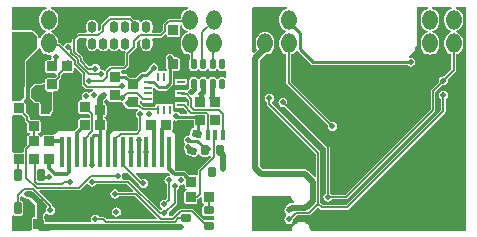
<source format=gtl>
G04*
G04 #@! TF.GenerationSoftware,Altium Limited,Altium Designer,19.1.5 (86)*
G04*
G04 Layer_Physical_Order=1*
G04 Layer_Color=255*
%FSLAX25Y25*%
%MOIN*%
G70*
G01*
G75*
%ADD11C,0.00500*%
%ADD16C,0.00800*%
%ADD18R,0.01260X0.10000*%
G04:AMPARAMS|DCode=19|XSize=35mil|YSize=35mil|CornerRadius=3.5mil|HoleSize=0mil|Usage=FLASHONLY|Rotation=90.000|XOffset=0mil|YOffset=0mil|HoleType=Round|Shape=RoundedRectangle|*
%AMROUNDEDRECTD19*
21,1,0.03500,0.02800,0,0,90.0*
21,1,0.02800,0.03500,0,0,90.0*
1,1,0.00700,0.01400,0.01400*
1,1,0.00700,0.01400,-0.01400*
1,1,0.00700,-0.01400,-0.01400*
1,1,0.00700,-0.01400,0.01400*
%
%ADD19ROUNDEDRECTD19*%
G04:AMPARAMS|DCode=20|XSize=31.5mil|YSize=23.62mil|CornerRadius=2.95mil|HoleSize=0mil|Usage=FLASHONLY|Rotation=165.000|XOffset=0mil|YOffset=0mil|HoleType=Round|Shape=RoundedRectangle|*
%AMROUNDEDRECTD20*
21,1,0.03150,0.01772,0,0,165.0*
21,1,0.02559,0.02362,0,0,165.0*
1,1,0.00591,-0.01007,0.01187*
1,1,0.00591,0.01465,0.00525*
1,1,0.00591,0.01007,-0.01187*
1,1,0.00591,-0.01465,-0.00525*
%
%ADD20ROUNDEDRECTD20*%
G04:AMPARAMS|DCode=21|XSize=16mil|YSize=35mil|CornerRadius=2.4mil|HoleSize=0mil|Usage=FLASHONLY|Rotation=180.000|XOffset=0mil|YOffset=0mil|HoleType=Round|Shape=RoundedRectangle|*
%AMROUNDEDRECTD21*
21,1,0.01600,0.03020,0,0,180.0*
21,1,0.01120,0.03500,0,0,180.0*
1,1,0.00480,-0.00560,0.01510*
1,1,0.00480,0.00560,0.01510*
1,1,0.00480,0.00560,-0.01510*
1,1,0.00480,-0.00560,-0.01510*
%
%ADD21ROUNDEDRECTD21*%
G04:AMPARAMS|DCode=22|XSize=35mil|YSize=35mil|CornerRadius=4.38mil|HoleSize=0mil|Usage=FLASHONLY|Rotation=90.000|XOffset=0mil|YOffset=0mil|HoleType=Round|Shape=RoundedRectangle|*
%AMROUNDEDRECTD22*
21,1,0.03500,0.02625,0,0,90.0*
21,1,0.02625,0.03500,0,0,90.0*
1,1,0.00875,0.01313,0.01313*
1,1,0.00875,0.01313,-0.01313*
1,1,0.00875,-0.01313,-0.01313*
1,1,0.00875,-0.01313,0.01313*
%
%ADD22ROUNDEDRECTD22*%
G04:AMPARAMS|DCode=23|XSize=35mil|YSize=35mil|CornerRadius=4.38mil|HoleSize=0mil|Usage=FLASHONLY|Rotation=0.000|XOffset=0mil|YOffset=0mil|HoleType=Round|Shape=RoundedRectangle|*
%AMROUNDEDRECTD23*
21,1,0.03500,0.02625,0,0,0.0*
21,1,0.02625,0.03500,0,0,0.0*
1,1,0.00875,0.01313,-0.01313*
1,1,0.00875,-0.01313,-0.01313*
1,1,0.00875,-0.01313,0.01313*
1,1,0.00875,0.01313,0.01313*
%
%ADD23ROUNDEDRECTD23*%
G04:AMPARAMS|DCode=24|XSize=27.56mil|YSize=35.43mil|CornerRadius=6.89mil|HoleSize=0mil|Usage=FLASHONLY|Rotation=270.000|XOffset=0mil|YOffset=0mil|HoleType=Round|Shape=RoundedRectangle|*
%AMROUNDEDRECTD24*
21,1,0.02756,0.02165,0,0,270.0*
21,1,0.01378,0.03543,0,0,270.0*
1,1,0.01378,-0.01083,-0.00689*
1,1,0.01378,-0.01083,0.00689*
1,1,0.01378,0.01083,0.00689*
1,1,0.01378,0.01083,-0.00689*
%
%ADD24ROUNDEDRECTD24*%
G04:AMPARAMS|DCode=25|XSize=27.56mil|YSize=35.43mil|CornerRadius=6.89mil|HoleSize=0mil|Usage=FLASHONLY|Rotation=0.000|XOffset=0mil|YOffset=0mil|HoleType=Round|Shape=RoundedRectangle|*
%AMROUNDEDRECTD25*
21,1,0.02756,0.02165,0,0,0.0*
21,1,0.01378,0.03543,0,0,0.0*
1,1,0.01378,0.00689,-0.01083*
1,1,0.01378,-0.00689,-0.01083*
1,1,0.01378,-0.00689,0.01083*
1,1,0.01378,0.00689,0.01083*
%
%ADD25ROUNDEDRECTD25*%
%ADD26R,0.02756X0.01102*%
%ADD27R,0.01102X0.02756*%
G04:AMPARAMS|DCode=28|XSize=35mil|YSize=35mil|CornerRadius=3.5mil|HoleSize=0mil|Usage=FLASHONLY|Rotation=180.000|XOffset=0mil|YOffset=0mil|HoleType=Round|Shape=RoundedRectangle|*
%AMROUNDEDRECTD28*
21,1,0.03500,0.02800,0,0,180.0*
21,1,0.02800,0.03500,0,0,180.0*
1,1,0.00700,-0.01400,0.01400*
1,1,0.00700,0.01400,0.01400*
1,1,0.00700,0.01400,-0.01400*
1,1,0.00700,-0.01400,-0.01400*
%
%ADD28ROUNDEDRECTD28*%
G04:AMPARAMS|DCode=29|XSize=17.72mil|YSize=35.43mil|CornerRadius=4.43mil|HoleSize=0mil|Usage=FLASHONLY|Rotation=180.000|XOffset=0mil|YOffset=0mil|HoleType=Round|Shape=RoundedRectangle|*
%AMROUNDEDRECTD29*
21,1,0.01772,0.02657,0,0,180.0*
21,1,0.00886,0.03543,0,0,180.0*
1,1,0.00886,-0.00443,0.01329*
1,1,0.00886,0.00443,0.01329*
1,1,0.00886,0.00443,-0.01329*
1,1,0.00886,-0.00443,-0.01329*
%
%ADD29ROUNDEDRECTD29*%
G04:AMPARAMS|DCode=30|XSize=23.62mil|YSize=43.31mil|CornerRadius=5.91mil|HoleSize=0mil|Usage=FLASHONLY|Rotation=180.000|XOffset=0mil|YOffset=0mil|HoleType=Round|Shape=RoundedRectangle|*
%AMROUNDEDRECTD30*
21,1,0.02362,0.03150,0,0,180.0*
21,1,0.01181,0.04331,0,0,180.0*
1,1,0.01181,-0.00591,0.01575*
1,1,0.01181,0.00591,0.01575*
1,1,0.01181,0.00591,-0.01575*
1,1,0.01181,-0.00591,-0.01575*
%
%ADD30ROUNDEDRECTD30*%
%ADD49C,0.01700*%
%ADD50C,0.02000*%
%ADD51C,0.01200*%
%ADD52C,0.01000*%
%ADD53C,0.00900*%
%ADD54O,0.05118X0.06535*%
%ADD55O,0.08465X0.03543*%
%ADD56O,0.02992X0.03937*%
%ADD57C,0.01968*%
%ADD58C,0.02362*%
G36*
X72842Y84765D02*
X72745Y84752D01*
X72001Y84444D01*
X71362Y83953D01*
X70871Y83314D01*
X70563Y82570D01*
X70458Y81772D01*
Y81265D01*
X66500D01*
X66500Y81265D01*
X66207Y81207D01*
X65959Y81041D01*
X65959Y81041D01*
X64691Y79772D01*
X64525Y79524D01*
X64467Y79232D01*
Y77548D01*
X63512Y76593D01*
X61017D01*
X60750Y77093D01*
X60935Y77371D01*
X61090Y78150D01*
Y79094D01*
X60935Y79873D01*
X60494Y80534D01*
X59834Y80975D01*
X59055Y81130D01*
X58276Y80975D01*
X57616Y80534D01*
X57435Y80263D01*
X56935D01*
X56754Y80534D01*
X56094Y80975D01*
X55315Y81130D01*
X55002Y81067D01*
X54041Y82029D01*
X53793Y82195D01*
X53500Y82253D01*
X47000D01*
X46707Y82195D01*
X46459Y82029D01*
X46459Y82029D01*
X43959Y79529D01*
X43793Y79281D01*
X43735Y78988D01*
Y77805D01*
X43343Y77413D01*
X42882Y77659D01*
X42980Y78150D01*
Y79094D01*
X42825Y79873D01*
X42384Y80534D01*
X41724Y80975D01*
X40945Y81130D01*
X40166Y80975D01*
X39506Y80534D01*
X39065Y79873D01*
X38910Y79094D01*
Y78150D01*
X39065Y77371D01*
X39200Y77168D01*
X38933Y76668D01*
X36349D01*
X36349Y76668D01*
X36057Y76610D01*
X35809Y76444D01*
X35808Y76444D01*
X34418Y75054D01*
X34252Y74806D01*
X34194Y74513D01*
Y73589D01*
X33694Y73321D01*
X33579Y73398D01*
X33000Y73513D01*
X32421Y73398D01*
X31930Y73070D01*
X31626Y72615D01*
X31529Y72539D01*
X31119Y72414D01*
X30307Y73228D01*
X30058Y73393D01*
X29766Y73452D01*
X29542D01*
Y73898D01*
X29437Y74696D01*
X29129Y75440D01*
X28638Y76079D01*
X27999Y76570D01*
X27255Y76878D01*
Y77374D01*
X27999Y77682D01*
X28638Y78173D01*
X29129Y78812D01*
X29437Y79556D01*
X29542Y80354D01*
Y81772D01*
X29437Y82570D01*
X29129Y83314D01*
X28638Y83953D01*
X27999Y84444D01*
X27255Y84752D01*
X27158Y84765D01*
X27191Y85265D01*
X72809D01*
X72842Y84765D01*
D02*
G37*
G36*
X70871Y78812D02*
X71362Y78173D01*
X72001Y77682D01*
X72745Y77374D01*
Y76878D01*
X72001Y76570D01*
X71362Y76079D01*
X70871Y75440D01*
X70563Y74696D01*
X70458Y73898D01*
Y72480D01*
X70563Y71682D01*
X70871Y70938D01*
X71362Y70299D01*
X72001Y69808D01*
X72745Y69500D01*
X73494Y69401D01*
Y68117D01*
X73444Y68043D01*
X73371Y67675D01*
Y65018D01*
X73444Y64650D01*
X73653Y64338D01*
X73965Y64130D01*
X74333Y64056D01*
X75218D01*
X75586Y64130D01*
X75898Y64338D01*
X76089Y64624D01*
X76281Y64650D01*
X76420D01*
X76611Y64624D01*
X76802Y64338D01*
X77114Y64130D01*
X77482Y64056D01*
X78368D01*
X78736Y64130D01*
X79048Y64338D01*
X79239Y64624D01*
X79430Y64650D01*
X79570D01*
X79761Y64624D01*
X79952Y64338D01*
X80264Y64130D01*
X80632Y64056D01*
X81518D01*
X81886Y64130D01*
X82197Y64338D01*
X82389Y64624D01*
X82580Y64650D01*
X82719D01*
X82911Y64624D01*
X83102Y64338D01*
X83414Y64130D01*
X83781Y64056D01*
X84667D01*
X85035Y64130D01*
X85138Y64198D01*
X85638Y63942D01*
X85638Y62058D01*
X85138Y61802D01*
X85035Y61870D01*
X84667Y61944D01*
X83781D01*
X83414Y61870D01*
X83102Y61662D01*
X82911Y61376D01*
X82719Y61350D01*
X82580D01*
X82389Y61376D01*
X82197Y61662D01*
X81886Y61870D01*
X81518Y61944D01*
X80632D01*
X80264Y61870D01*
X79952Y61662D01*
X79761Y61376D01*
X79570Y61350D01*
X79430D01*
X79239Y61376D01*
X79048Y61662D01*
X78736Y61870D01*
X78368Y61944D01*
X77482D01*
X77114Y61870D01*
X76802Y61662D01*
X76611Y61376D01*
X76420Y61350D01*
X76281D01*
X76089Y61376D01*
X75898Y61662D01*
X75586Y61870D01*
X75218Y61944D01*
X74333D01*
X73965Y61870D01*
X73653Y61662D01*
X73444Y61350D01*
X73371Y60982D01*
Y58442D01*
X72930Y58147D01*
X72753Y57882D01*
X72390Y57551D01*
X68634D01*
Y55449D01*
X70744D01*
X70812Y55435D01*
X72107D01*
X73235Y54307D01*
Y52553D01*
X72735Y52346D01*
X72390Y52692D01*
Y53614D01*
X68634D01*
Y51512D01*
X71407D01*
X72707Y50212D01*
X72515Y49750D01*
X70288D01*
X70074Y50070D01*
X69583Y50398D01*
X69004Y50513D01*
X68520Y50417D01*
X68020Y50683D01*
Y52866D01*
X61980D01*
Y52026D01*
X58116D01*
X57147Y52996D01*
X56899Y53162D01*
X56768Y53188D01*
Y53997D01*
X57230Y54188D01*
X57459Y53959D01*
X57610Y53858D01*
Y53480D01*
X61366D01*
Y58239D01*
X61828Y58430D01*
X62479Y57779D01*
X62810Y57558D01*
X63200Y57480D01*
X65500D01*
X65890Y57558D01*
X66221Y57779D01*
X67690Y59247D01*
X67910Y59578D01*
X67988Y59969D01*
Y60134D01*
X68020D01*
Y63890D01*
X68474Y64000D01*
X69360D01*
X69692Y64066D01*
X69973Y64254D01*
X70161Y64535D01*
X70227Y64867D01*
Y67667D01*
X70161Y67998D01*
X69973Y68280D01*
X69692Y68467D01*
X69360Y68533D01*
X68421D01*
X68358Y68846D01*
X68030Y69337D01*
X67539Y69665D01*
X66960Y69780D01*
X66381Y69665D01*
X65890Y69337D01*
X65562Y68846D01*
X65447Y68267D01*
X65562Y67688D01*
X65694Y67491D01*
Y64867D01*
X65760Y64535D01*
X65857Y64390D01*
X65682Y63945D01*
X65635Y63890D01*
X63145D01*
X62878Y64390D01*
X62898Y64421D01*
X63013Y65000D01*
X62898Y65579D01*
X62570Y66070D01*
X62079Y66398D01*
X61500Y66513D01*
X60921Y66398D01*
X60430Y66070D01*
X60102Y65579D01*
X59987Y65000D01*
X59999Y64940D01*
X58578Y63520D01*
X57500D01*
X57110Y63442D01*
X56779Y63221D01*
X55326Y61768D01*
X53674D01*
X52721Y62721D01*
X52390Y62942D01*
X52000Y63020D01*
X50768D01*
Y63313D01*
X50696Y63678D01*
X50657Y63735D01*
X50925Y64235D01*
X51656D01*
X51948Y64293D01*
X52196Y64459D01*
X53041Y65304D01*
X53206Y65552D01*
X53265Y65845D01*
Y69183D01*
X55541Y71459D01*
X55541Y71459D01*
X55707Y71707D01*
X55765Y72000D01*
Y73671D01*
X56813Y74719D01*
X57201Y74401D01*
X57175Y74361D01*
X57020Y73583D01*
Y72638D01*
X57175Y71859D01*
X57616Y71199D01*
X58276Y70758D01*
X59055Y70603D01*
X59834Y70758D01*
X60494Y71199D01*
X60935Y71859D01*
X61090Y72638D01*
Y73583D01*
X60935Y74361D01*
X60800Y74564D01*
X61067Y75064D01*
X63829D01*
X64121Y75122D01*
X64369Y75288D01*
X65282Y76201D01*
X65759Y75971D01*
X65799Y75768D01*
X65987Y75487D01*
X66268Y75299D01*
X66600Y75233D01*
X69400D01*
X69732Y75299D01*
X70013Y75487D01*
X70201Y75768D01*
X70267Y76100D01*
Y78900D01*
X70242Y79024D01*
X70723Y79170D01*
X70871Y78812D01*
D02*
G37*
G36*
X25755Y84765D02*
X25658Y84752D01*
X24914Y84444D01*
X24275Y83953D01*
X23785Y83314D01*
X23476Y82570D01*
X23371Y81772D01*
Y80354D01*
X23476Y79556D01*
X23785Y78812D01*
X24275Y78173D01*
X24914Y77682D01*
X25658Y77374D01*
Y76878D01*
X24914Y76570D01*
X24275Y76079D01*
X23785Y75440D01*
X23541Y74853D01*
X23041Y74952D01*
Y75500D01*
X23041Y75500D01*
X22883Y75883D01*
X21383Y77383D01*
X21000Y77541D01*
X21000Y77541D01*
X14381D01*
Y85265D01*
X25722D01*
X25755Y84765D01*
D02*
G37*
G36*
X39250Y74639D02*
X39065Y74361D01*
X38910Y73583D01*
Y72638D01*
X39065Y71859D01*
X39506Y71199D01*
X40166Y70758D01*
X40945Y70603D01*
X41724Y70758D01*
X42384Y71199D01*
X42565Y71470D01*
X43065D01*
X43246Y71199D01*
X43906Y70758D01*
X44685Y70603D01*
X45464Y70758D01*
X46124Y71199D01*
X46207Y71322D01*
X46707D01*
X46789Y71199D01*
X47449Y70758D01*
X48228Y70603D01*
X49007Y70758D01*
X49667Y71199D01*
X49750Y71322D01*
X50250D01*
X50333Y71199D01*
X50993Y70758D01*
X51772Y70603D01*
X51825Y70613D01*
X52071Y70152D01*
X51959Y70041D01*
X51793Y69793D01*
X51735Y69500D01*
Y66161D01*
X51339Y65765D01*
X47196D01*
X47196Y65765D01*
X46903Y65706D01*
X46655Y65541D01*
X46655Y65541D01*
X45472Y64357D01*
X45406Y64307D01*
X45162Y64135D01*
X44828Y64232D01*
X44579Y64398D01*
X44000Y64513D01*
X43880Y64490D01*
X43489Y64921D01*
X43398Y65379D01*
X43070Y65870D01*
X42579Y66198D01*
X42000Y66313D01*
X41421Y66198D01*
X40930Y65870D01*
X40726Y65565D01*
X39884D01*
X37908Y67540D01*
Y68270D01*
X37850Y68563D01*
X37684Y68811D01*
X35723Y70772D01*
Y74196D01*
X36666Y75139D01*
X38983D01*
X39250Y74639D01*
D02*
G37*
G36*
X165619Y10719D02*
X114251D01*
X113754Y10777D01*
X113714Y11179D01*
X113671Y11323D01*
X113642Y11470D01*
X113334Y12213D01*
X113113Y12544D01*
X112544Y13113D01*
X112213Y13334D01*
X111470Y13642D01*
X111080Y13719D01*
X110275D01*
X109885Y13642D01*
X109141Y13334D01*
X108810Y13113D01*
X108242Y12544D01*
X108021Y12213D01*
X107713Y11470D01*
X107683Y11323D01*
X107640Y11179D01*
X107600Y10777D01*
X107104Y10719D01*
X94381D01*
Y22280D01*
X107139D01*
X107140Y22273D01*
X107183Y22130D01*
X107213Y21983D01*
X107521Y21240D01*
X107742Y20909D01*
X108162Y20488D01*
X107955Y19988D01*
X107459D01*
X106874Y19872D01*
X106377Y19540D01*
X105419Y18581D01*
X105087Y18085D01*
X104971Y17500D01*
X105087Y16915D01*
X105419Y16419D01*
X105609Y16291D01*
Y15690D01*
X105430Y15570D01*
X105102Y15079D01*
X104987Y14500D01*
X105102Y13921D01*
X105430Y13430D01*
X105921Y13102D01*
X106500Y12987D01*
X107079Y13102D01*
X107570Y13430D01*
X107898Y13921D01*
X108013Y14500D01*
X107983Y14652D01*
X109276Y15944D01*
X113184D01*
X113476Y16002D01*
X113724Y16168D01*
X116250Y18694D01*
X116984Y17959D01*
X116984Y17959D01*
X117233Y17794D01*
X117525Y17735D01*
X117525Y17735D01*
X126000D01*
X126293Y17794D01*
X126541Y17959D01*
X158541Y49959D01*
X158541Y49959D01*
X158706Y50207D01*
X158765Y50500D01*
Y54726D01*
X159070Y54930D01*
X159398Y55421D01*
X159513Y56000D01*
X159398Y56579D01*
X159070Y57070D01*
X158579Y57398D01*
X158000Y57513D01*
X157421Y57398D01*
X156930Y57070D01*
X156602Y56579D01*
X156487Y56000D01*
X156602Y55421D01*
X156930Y54930D01*
X157235Y54726D01*
Y50817D01*
X125683Y19265D01*
X117842D01*
X117053Y20054D01*
Y36712D01*
X117053Y36712D01*
X116994Y37005D01*
X116829Y37253D01*
X116829Y37253D01*
X100816Y53265D01*
X100849Y53782D01*
X101070Y53930D01*
X101398Y54421D01*
X101513Y55000D01*
X101398Y55579D01*
X101070Y56070D01*
X100579Y56398D01*
X100000Y56513D01*
X99421Y56398D01*
X98930Y56070D01*
X98602Y55579D01*
X98487Y55000D01*
X98602Y54421D01*
X98930Y53930D01*
X99235Y53726D01*
Y53000D01*
X99294Y52707D01*
X99459Y52459D01*
X115523Y36395D01*
Y28935D01*
X115061Y28744D01*
X113000Y30805D01*
X112504Y31137D01*
X111918Y31253D01*
X97821D01*
X96890Y32184D01*
Y67781D01*
X98512Y69403D01*
X98581Y69393D01*
X99380Y69499D01*
X100124Y69807D01*
X100763Y70297D01*
X101253Y70936D01*
X101562Y71680D01*
X101667Y72479D01*
Y73896D01*
X101562Y74695D01*
X101253Y75439D01*
X100763Y76078D01*
X100124Y76568D01*
X99380Y76877D01*
X98581Y76982D01*
X97783Y76877D01*
X97039Y76568D01*
X96400Y76078D01*
X95909Y75439D01*
X95601Y74695D01*
X95496Y73896D01*
Y72479D01*
X95601Y71680D01*
X95854Y71070D01*
X94824Y70040D01*
X94362Y70232D01*
X94361Y84911D01*
X94715Y85265D01*
X105731D01*
X105764Y84765D01*
X105657Y84751D01*
X104913Y84442D01*
X104274Y83952D01*
X103783Y83313D01*
X103475Y82569D01*
X103370Y81770D01*
Y80353D01*
X103475Y79554D01*
X103783Y78810D01*
X104274Y78171D01*
X104913Y77681D01*
X105657Y77373D01*
Y76877D01*
X104913Y76568D01*
X104274Y76078D01*
X103783Y75439D01*
X103475Y74695D01*
X103370Y73896D01*
Y72479D01*
X103475Y71680D01*
X103783Y70936D01*
X104274Y70297D01*
X104913Y69807D01*
X105657Y69499D01*
X105691Y69494D01*
Y60045D01*
X105749Y59752D01*
X105915Y59504D01*
X119558Y45860D01*
X119487Y45500D01*
X119602Y44921D01*
X119930Y44430D01*
X120421Y44102D01*
X121000Y43987D01*
X121579Y44102D01*
X122070Y44430D01*
X122398Y44921D01*
X122513Y45500D01*
X122398Y46079D01*
X122070Y46570D01*
X121579Y46898D01*
X121000Y47013D01*
X120640Y46942D01*
X107220Y60361D01*
Y69494D01*
X107254Y69499D01*
X107998Y69807D01*
X108637Y70297D01*
X108894Y70632D01*
X109311Y70673D01*
X109520Y70626D01*
X113891Y66254D01*
X114222Y66033D01*
X114612Y65955D01*
X146033D01*
X146066Y65905D01*
X146557Y65577D01*
X147136Y65462D01*
X147716Y65577D01*
X148206Y65905D01*
X148535Y66396D01*
X148650Y66975D01*
X148535Y67554D01*
X148206Y68045D01*
X147716Y68373D01*
X147136Y68488D01*
X146682Y68398D01*
X146487Y68869D01*
X146752Y69046D01*
X146824Y69117D01*
X146907Y69173D01*
X147717Y69983D01*
X147772Y70066D01*
X147843Y70137D01*
X148480Y71090D01*
X148518Y71182D01*
X148574Y71266D01*
X149012Y72324D01*
X149032Y72422D01*
X149070Y72515D01*
X149294Y73638D01*
X149294Y73713D01*
X149312Y73787D01*
X149340Y74359D01*
X149337Y74384D01*
X149342Y74410D01*
X149342Y85265D01*
X152818D01*
X152850Y84765D01*
X152743Y84751D01*
X151999Y84442D01*
X151360Y83952D01*
X150870Y83313D01*
X150562Y82569D01*
X150457Y81770D01*
Y80353D01*
X150562Y79554D01*
X150870Y78810D01*
X151360Y78171D01*
X151999Y77681D01*
X152743Y77373D01*
Y76877D01*
X151999Y76568D01*
X151360Y76078D01*
X150870Y75439D01*
X150562Y74695D01*
X150457Y73896D01*
Y72479D01*
X150562Y71680D01*
X150870Y70936D01*
X151360Y70297D01*
X151999Y69807D01*
X152743Y69499D01*
X153542Y69393D01*
X154341Y69499D01*
X155085Y69807D01*
X155724Y70297D01*
X156214Y70936D01*
X156522Y71680D01*
X156627Y72479D01*
Y73896D01*
X156522Y74695D01*
X156214Y75439D01*
X155724Y76078D01*
X155085Y76568D01*
X154341Y76877D01*
Y77373D01*
X155085Y77681D01*
X155724Y78171D01*
X156214Y78810D01*
X156522Y79554D01*
X156627Y80353D01*
Y81770D01*
X156522Y82569D01*
X156214Y83313D01*
X155724Y83952D01*
X155085Y84442D01*
X154341Y84751D01*
X154233Y84765D01*
X154266Y85265D01*
X160692D01*
X160724Y84765D01*
X160617Y84751D01*
X159873Y84442D01*
X159234Y83952D01*
X158744Y83313D01*
X158436Y82569D01*
X158331Y81770D01*
Y80353D01*
X158436Y79554D01*
X158744Y78810D01*
X159234Y78171D01*
X159873Y77681D01*
X160617Y77373D01*
Y76877D01*
X159873Y76568D01*
X159234Y76078D01*
X158744Y75439D01*
X158436Y74695D01*
X158331Y73896D01*
Y72479D01*
X158436Y71680D01*
X158744Y70936D01*
X159234Y70297D01*
X159873Y69807D01*
X160617Y69499D01*
X160651Y69494D01*
Y64489D01*
X158360Y62198D01*
X158000Y62270D01*
X157421Y62155D01*
X156930Y61827D01*
X156602Y61336D01*
X156487Y60757D01*
X156558Y60396D01*
X153959Y57797D01*
X153794Y57549D01*
X153735Y57257D01*
Y51317D01*
X125183Y22765D01*
X120774D01*
X120570Y23070D01*
X120265Y23274D01*
Y38500D01*
X120206Y38793D01*
X120041Y39041D01*
X105942Y53140D01*
X106013Y53500D01*
X105898Y54079D01*
X105570Y54570D01*
X105079Y54898D01*
X104500Y55013D01*
X103921Y54898D01*
X103430Y54570D01*
X103102Y54079D01*
X102987Y53500D01*
X103102Y52921D01*
X103430Y52430D01*
X103921Y52102D01*
X104500Y51987D01*
X104860Y52058D01*
X118735Y38183D01*
Y23274D01*
X118430Y23070D01*
X118102Y22579D01*
X117987Y22000D01*
X118102Y21421D01*
X118430Y20930D01*
X118921Y20602D01*
X119500Y20487D01*
X120079Y20602D01*
X120570Y20930D01*
X120774Y21235D01*
X125500D01*
X125793Y21294D01*
X126041Y21459D01*
X155041Y50459D01*
X155207Y50707D01*
X155265Y51000D01*
Y56940D01*
X157640Y59315D01*
X158000Y59243D01*
X158579Y59359D01*
X159070Y59687D01*
X159398Y60177D01*
X159513Y60757D01*
X159442Y61117D01*
X161957Y63632D01*
X162122Y63880D01*
X162181Y64173D01*
Y69494D01*
X162215Y69499D01*
X162959Y69807D01*
X163598Y70297D01*
X164088Y70936D01*
X164396Y71680D01*
X164501Y72479D01*
Y73896D01*
X164396Y74695D01*
X164088Y75439D01*
X163598Y76078D01*
X162959Y76568D01*
X162215Y76877D01*
Y77373D01*
X162959Y77681D01*
X163598Y78171D01*
X164088Y78810D01*
X164396Y79554D01*
X164501Y80353D01*
Y81770D01*
X164396Y82569D01*
X164088Y83313D01*
X163598Y83952D01*
X162959Y84442D01*
X162215Y84751D01*
X162107Y84765D01*
X162140Y85265D01*
X165619D01*
Y10719D01*
D02*
G37*
G36*
X23785Y70938D02*
X24275Y70299D01*
X24914Y69808D01*
X25658Y69500D01*
X26457Y69395D01*
X27017Y69469D01*
X27070Y69440D01*
X27393Y69067D01*
X27402Y69038D01*
X27327Y68660D01*
X27405Y68268D01*
X27140Y67840D01*
X27049Y67768D01*
X26188D01*
X25822Y67696D01*
X25512Y67488D01*
X25304Y67178D01*
X25232Y66812D01*
Y64188D01*
X25304Y63822D01*
X25512Y63512D01*
X25822Y63304D01*
X26188Y63232D01*
X28643D01*
X29003Y62902D01*
X29071Y62773D01*
Y62152D01*
X28687Y61768D01*
X26188D01*
X25822Y61696D01*
X25512Y61488D01*
X25304Y61178D01*
X25232Y60812D01*
Y60041D01*
X24521D01*
X24470Y60020D01*
X24416Y60031D01*
X24303Y59955D01*
X24212Y59937D01*
X24021Y59809D01*
X23847Y59775D01*
X21820D01*
X21437Y59616D01*
X21437Y59616D01*
X20239Y58418D01*
X20080Y58035D01*
X20080Y58035D01*
Y55379D01*
X20080Y55378D01*
X20239Y54996D01*
X20239Y54996D01*
X20277Y54957D01*
X20304Y54822D01*
X20512Y54512D01*
X20822Y54304D01*
X20957Y54277D01*
X21851Y53384D01*
X22233Y53225D01*
X22233Y53225D01*
X22847D01*
X23020Y53191D01*
X23123Y53123D01*
X23191Y53021D01*
X23225Y52847D01*
Y50153D01*
X23216Y50106D01*
X23256Y49905D01*
X23295Y49702D01*
X23625Y49202D01*
X23673Y49170D01*
X23694Y49117D01*
X23839Y49057D01*
X23968Y48970D01*
X24024Y48981D01*
X24077Y48959D01*
X26840D01*
X26985Y49019D01*
X27140Y49050D01*
X27171Y49096D01*
X27222Y49117D01*
X27283Y49263D01*
X27370Y49394D01*
X27474Y49913D01*
X27725Y50290D01*
X27801Y50341D01*
X27832Y50387D01*
X27883Y50408D01*
X27943Y50554D01*
X28031Y50685D01*
X28020Y50739D01*
X28041Y50791D01*
Y57000D01*
X28196Y57232D01*
X28813D01*
X29178Y57304D01*
X29488Y57512D01*
X29696Y57822D01*
X29768Y58188D01*
Y60687D01*
X30376Y61295D01*
X30542Y61543D01*
X30601Y61836D01*
Y62519D01*
X31313Y63232D01*
X33812D01*
X34178Y63304D01*
X34488Y63512D01*
X34696Y63822D01*
X34768Y64188D01*
Y64997D01*
X35230Y65188D01*
X37439Y62980D01*
Y59782D01*
X37497Y59489D01*
X37663Y59241D01*
X38678Y58225D01*
X38678Y58225D01*
X38927Y58059D01*
X39219Y58001D01*
X41389D01*
X41438Y57501D01*
X40921Y57398D01*
X40430Y57070D01*
X40345Y56942D01*
X40084Y56590D01*
X39704Y56815D01*
X39579Y56898D01*
X39000Y57013D01*
X38421Y56898D01*
X37930Y56570D01*
X37602Y56079D01*
X37487Y55500D01*
X37602Y54921D01*
X37705Y54767D01*
X37438Y54267D01*
X37100D01*
X36768Y54201D01*
X36487Y54013D01*
X36299Y53732D01*
X36233Y53400D01*
Y50600D01*
X36299Y50268D01*
X36487Y49987D01*
X36768Y49799D01*
X37100Y49733D01*
X39685D01*
X40235Y49183D01*
Y48710D01*
X39900Y48267D01*
X37100D01*
X36768Y48201D01*
X36487Y48013D01*
X36299Y47732D01*
X36233Y47400D01*
Y45320D01*
X35162Y44248D01*
X34996Y44000D01*
X29500D01*
X28500Y43000D01*
X28000Y42747D01*
X27900Y42767D01*
X25100D01*
X24768Y42701D01*
X24487Y42513D01*
X24299Y42232D01*
X24233Y41900D01*
X23745Y41929D01*
X23696Y42178D01*
X23488Y42488D01*
X23178Y42696D01*
X22929Y42745D01*
X22900Y43233D01*
X23232Y43299D01*
X23513Y43487D01*
X23701Y43768D01*
X23767Y44100D01*
Y46900D01*
X23701Y47232D01*
X23513Y47513D01*
X23232Y47701D01*
X22900Y47767D01*
X20315D01*
X20087Y47995D01*
Y48678D01*
X20087Y48678D01*
X20029Y48970D01*
X19863Y49218D01*
X19863Y49218D01*
X18768Y50313D01*
Y52812D01*
X18696Y53178D01*
X18488Y53488D01*
X18178Y53696D01*
X18170Y53697D01*
X18142Y53787D01*
X18178Y54304D01*
X18488Y54512D01*
X18696Y54822D01*
X18723Y54957D01*
X18761Y54996D01*
X18920Y55378D01*
X18920Y55379D01*
Y58447D01*
X18995Y58824D01*
X18988Y58856D01*
X19041Y58983D01*
Y67276D01*
X22883Y71117D01*
X23026Y71463D01*
X23159Y71506D01*
X23541Y71525D01*
X23785Y70938D01*
D02*
G37*
G36*
X22500Y75500D02*
Y71500D01*
X18500Y67500D01*
Y58983D01*
X18464Y58929D01*
X18378Y58500D01*
X18379Y58500D01*
Y55378D01*
X17000Y54000D01*
X14381D01*
Y77000D01*
X21000D01*
X22500Y75500D01*
D02*
G37*
G36*
X25232Y58188D02*
X25304Y57822D01*
X25500Y57529D01*
Y57500D01*
X26000Y57000D01*
X27500D01*
Y50791D01*
X27335Y50681D01*
X26964Y50124D01*
X26840Y49500D01*
X24077D01*
X23747Y50000D01*
X23767Y50100D01*
Y52900D01*
X23701Y53232D01*
X23513Y53513D01*
X23232Y53701D01*
X22900Y53767D01*
X22233D01*
X20621Y55378D01*
Y58035D01*
X21820Y59233D01*
X23900D01*
X24232Y59299D01*
X24513Y59487D01*
X24521Y59500D01*
X25232D01*
Y58188D01*
D02*
G37*
G36*
X74732Y46187D02*
X74804Y45822D01*
X74936Y45625D01*
X74776Y45226D01*
X74746Y45190D01*
X74659Y45142D01*
X74652Y45143D01*
X74352Y45041D01*
X74114Y44833D01*
X73974Y44549D01*
X73516Y42838D01*
X73020Y42485D01*
X73000Y42489D01*
X72421Y42374D01*
X71930Y42046D01*
X71602Y41555D01*
X71487Y40976D01*
X71602Y40397D01*
X71807Y40089D01*
X71890Y39738D01*
X71807Y39386D01*
X71602Y39079D01*
X71487Y38500D01*
X71602Y37921D01*
X71930Y37430D01*
X72046Y37352D01*
X71987Y37133D01*
X71967Y36818D01*
X72068Y36518D01*
X72277Y36280D01*
X72561Y36140D01*
X75033Y35478D01*
X75348Y35457D01*
X75648Y35559D01*
X75886Y35767D01*
X76026Y36051D01*
X76097Y36319D01*
X76610Y36302D01*
X76632Y36194D01*
X76895Y35800D01*
X77288Y35537D01*
X77752Y35445D01*
X79130D01*
X79594Y35537D01*
X79987Y35800D01*
X80003Y35824D01*
X80525Y35706D01*
X80563Y35445D01*
X76459Y31341D01*
X76293Y31093D01*
X76235Y30800D01*
Y29465D01*
X75735Y29198D01*
X75732Y29201D01*
X75400Y29267D01*
X73320D01*
X72193Y30393D01*
X71829Y30636D01*
X71400Y30722D01*
X71400Y30722D01*
X68865D01*
X68500Y31086D01*
X68500Y43000D01*
X67513Y43987D01*
X67513Y43987D01*
X67701Y44268D01*
X67767Y44600D01*
Y47400D01*
X67757Y47446D01*
X68208Y47747D01*
X68425Y47602D01*
X69004Y47487D01*
X69583Y47602D01*
X69898Y47813D01*
X74732D01*
Y46187D01*
D02*
G37*
G36*
X46286Y54416D02*
X46304Y54322D01*
X46512Y54012D01*
X46822Y53804D01*
X47188Y53732D01*
X49812D01*
X50132Y53795D01*
X50421Y53602D01*
X50887Y53509D01*
X51145Y53304D01*
X51350Y53046D01*
X51442Y52581D01*
X51770Y52090D01*
X52261Y51762D01*
X52357Y51742D01*
X52512Y51512D01*
X52822Y51304D01*
X53188Y51232D01*
X55813D01*
X56178Y51304D01*
X56386Y50875D01*
X55930Y50570D01*
X55602Y50079D01*
X55487Y49500D01*
X55602Y48921D01*
X55930Y48430D01*
X56235Y48226D01*
Y44512D01*
X55723Y44000D01*
X47963Y44000D01*
X46963Y43000D01*
X46000Y43000D01*
X45574Y43426D01*
X45513Y43987D01*
X45701Y44268D01*
X45767Y44600D01*
Y47400D01*
X45701Y47732D01*
X45513Y48013D01*
X45232Y48201D01*
X45029Y48241D01*
Y48759D01*
X45232Y48799D01*
X45513Y48987D01*
X45701Y49268D01*
X45767Y49600D01*
Y52400D01*
X45701Y52732D01*
X45513Y53013D01*
X45232Y53201D01*
X45029Y53241D01*
Y53866D01*
X45743Y54580D01*
X46286Y54416D01*
D02*
G37*
G36*
X15188Y49232D02*
X17687D01*
X18557Y48361D01*
Y47678D01*
X18616Y47385D01*
X18781Y47137D01*
X19233Y46685D01*
Y44100D01*
X19299Y43768D01*
X19487Y43487D01*
X19768Y43299D01*
X20100Y43233D01*
X20071Y42745D01*
X19822Y42696D01*
X19512Y42488D01*
X19304Y42178D01*
X19232Y41813D01*
Y39313D01*
X18459Y38541D01*
X18293Y38293D01*
X18235Y38000D01*
Y37194D01*
X17812Y36768D01*
X15188D01*
X14881Y36707D01*
X14753Y36743D01*
X14381Y37003D01*
Y48998D01*
X14753Y49257D01*
X14881Y49292D01*
X15188Y49232D01*
D02*
G37*
G36*
X71733Y25938D02*
Y25600D01*
X71799Y25268D01*
X71987Y24987D01*
X72268Y24799D01*
X72433Y24767D01*
X72438Y24268D01*
X72072Y24196D01*
X71762Y23988D01*
X71554Y23678D01*
X71482Y23313D01*
Y20687D01*
X71554Y20322D01*
X71762Y20012D01*
X72072Y19804D01*
X72438Y19732D01*
X75063D01*
X75428Y19804D01*
X75738Y20012D01*
X75946Y20322D01*
X76018Y20687D01*
Y21239D01*
X76293Y21294D01*
X76541Y21459D01*
X77020Y21938D01*
X77482Y21747D01*
Y20687D01*
X77554Y20322D01*
X77762Y20012D01*
X78043Y19823D01*
X78069Y19747D01*
X78073Y19711D01*
X78081Y19293D01*
X77800Y19105D01*
X77538Y18712D01*
X77445Y18248D01*
Y16870D01*
X77538Y16406D01*
X77800Y16013D01*
X78194Y15750D01*
X78658Y15658D01*
X80823D01*
X81202Y15733D01*
X81524Y15564D01*
X81702Y15426D01*
Y14574D01*
X81524Y14435D01*
X81202Y14267D01*
X80823Y14342D01*
X78658D01*
X78309Y14273D01*
X74761Y17821D01*
X74513Y17986D01*
X74220Y18045D01*
X70518D01*
X70226Y17986D01*
X69977Y17821D01*
X67687Y15530D01*
X66693D01*
X66420Y16030D01*
X66513Y16500D01*
X66442Y16860D01*
X69041Y19459D01*
X69207Y19707D01*
X69265Y20000D01*
X69265Y20000D01*
Y24226D01*
X69570Y24430D01*
X69898Y24921D01*
X70013Y25500D01*
X69998Y25577D01*
X70423Y26002D01*
X70500Y25987D01*
X71079Y26102D01*
X71233Y26205D01*
X71733Y25938D01*
D02*
G37*
G36*
X66988Y29426D02*
X66742Y28965D01*
X66500Y29013D01*
X65921Y28898D01*
X65430Y28570D01*
X65102Y28079D01*
X64987Y27500D01*
X65102Y26921D01*
X65430Y26430D01*
X65735Y26226D01*
Y21317D01*
X65360Y20942D01*
X65000Y21013D01*
X64421Y20898D01*
X63930Y20570D01*
X63602Y20079D01*
X63487Y19500D01*
X63602Y18921D01*
X63930Y18430D01*
X64123Y18301D01*
Y17699D01*
X63930Y17570D01*
X63549Y17533D01*
X53541Y27541D01*
X53293Y27707D01*
X53000Y27765D01*
X51061D01*
X50794Y28265D01*
X50898Y28421D01*
X51013Y29000D01*
X50914Y29500D01*
X51150Y30000D01*
X52785D01*
X56537Y26248D01*
X56602Y25921D01*
X56930Y25430D01*
X57421Y25102D01*
X58000Y24987D01*
X58579Y25102D01*
X59070Y25430D01*
X59398Y25921D01*
X59513Y26500D01*
X59398Y27079D01*
X59070Y27570D01*
X58579Y27898D01*
X58000Y28013D01*
X57421Y27898D01*
X57198Y27749D01*
X55409Y29538D01*
X55601Y30000D01*
X66414D01*
X66988Y29426D01*
D02*
G37*
G36*
X39645Y26356D02*
X39930Y25930D01*
X40421Y25602D01*
X41000Y25487D01*
X41579Y25602D01*
X42070Y25930D01*
X42274Y26235D01*
X52683D01*
X54692Y24227D01*
X54501Y23765D01*
X49774D01*
X49570Y24070D01*
X49079Y24398D01*
X48500Y24513D01*
X47921Y24398D01*
X47430Y24070D01*
X47102Y23579D01*
X46987Y23000D01*
X47102Y22421D01*
X47430Y21930D01*
X47921Y21602D01*
X48500Y21487D01*
X49079Y21602D01*
X49570Y21930D01*
X49774Y22235D01*
X55183D01*
X62426Y14992D01*
X62235Y14530D01*
X45764D01*
X45253Y15041D01*
X45005Y15206D01*
X44713Y15265D01*
X43274D01*
X43070Y15570D01*
X42579Y15898D01*
X42000Y16013D01*
X41421Y15898D01*
X40930Y15570D01*
X40602Y15079D01*
X40487Y14500D01*
X40580Y14029D01*
X40308Y13529D01*
X25267D01*
Y14400D01*
X25201Y14732D01*
X25029Y14988D01*
Y15769D01*
X25117Y15827D01*
X25358Y16188D01*
X25388Y16341D01*
X25919Y16446D01*
X25930Y16430D01*
X26421Y16102D01*
X27000Y15987D01*
X27579Y16102D01*
X28070Y16430D01*
X28398Y16921D01*
X28513Y17500D01*
X28398Y18079D01*
X28070Y18570D01*
X27765Y18774D01*
Y19062D01*
X27765Y19062D01*
X27707Y19355D01*
X27541Y19603D01*
X23370Y23773D01*
X23562Y24235D01*
X36500D01*
X36793Y24294D01*
X37041Y24459D01*
X39135Y26553D01*
X39645Y26356D01*
D02*
G37*
G36*
X17846Y22115D02*
X17977Y21919D01*
X18473Y21587D01*
X19058Y21471D01*
X19954D01*
X22038Y19387D01*
Y18085D01*
X21971Y17748D01*
Y15267D01*
X21600D01*
X21268Y15201D01*
X20987Y15013D01*
X20799Y14732D01*
X20733Y14400D01*
Y11600D01*
X20799Y11268D01*
X20832Y11220D01*
X20565Y10719D01*
X14381D01*
Y15679D01*
X14881Y15830D01*
X14883Y15827D01*
X15244Y15586D01*
X15669Y15502D01*
X16850D01*
X17276Y15586D01*
X17637Y15827D01*
X17878Y16188D01*
X17962Y16613D01*
Y19763D01*
X17878Y20188D01*
X17637Y20549D01*
X17276Y20790D01*
X17025Y20840D01*
Y22081D01*
X17232Y22242D01*
X17846Y22115D01*
D02*
G37*
G36*
X25911Y19070D02*
X25930Y18570D01*
X25602Y18079D01*
X25487Y17500D01*
X25536Y17251D01*
X25310Y16912D01*
X25134Y16800D01*
X25088Y16791D01*
X25028Y16701D01*
X24938Y16641D01*
X24917Y16536D01*
X24858Y16446D01*
X24848Y16399D01*
X24696Y16172D01*
X24647Y16151D01*
X24586Y16005D01*
X24499Y15874D01*
X24509Y15820D01*
X24488Y15769D01*
Y14988D01*
X24549Y14842D01*
X24579Y14687D01*
X24691Y14521D01*
X24725Y14347D01*
Y13529D01*
X24884Y13147D01*
X25267Y12988D01*
X27500D01*
Y11500D01*
X26719Y10719D01*
X23280D01*
X22500Y11500D01*
Y15238D01*
X22512Y15267D01*
Y17695D01*
X22569Y17980D01*
X22558Y18034D01*
X22579Y18085D01*
Y19387D01*
X22579Y19387D01*
X22500Y19577D01*
Y20500D01*
X24481D01*
X25911Y19070D01*
D02*
G37*
%LPC*%
G36*
X72390Y61488D02*
X68634D01*
Y59386D01*
X72390D01*
Y61488D01*
D02*
G37*
G36*
X49000Y18513D02*
X48421Y18398D01*
X47930Y18070D01*
X47602Y17579D01*
X47487Y17000D01*
X47602Y16421D01*
X47930Y15930D01*
X48421Y15602D01*
X49000Y15487D01*
X49579Y15602D01*
X50070Y15930D01*
X50398Y16421D01*
X50513Y17000D01*
X50398Y17579D01*
X50070Y18070D01*
X49579Y18398D01*
X49000Y18513D01*
D02*
G37*
%LPD*%
D11*
X79500Y42500D02*
Y49500D01*
X38500Y36500D02*
Y41342D01*
X58000Y54500D02*
X59500D01*
X81246Y65518D02*
Y73018D01*
X77715Y65557D02*
Y77045D01*
X74259Y65863D02*
Y72473D01*
Y65863D02*
X74776Y65346D01*
X16260Y29212D02*
Y34260D01*
Y29012D02*
Y29212D01*
X113184Y16709D02*
X116250Y19775D01*
X108959Y16709D02*
X113184D01*
X106750Y14500D02*
X108959Y16709D01*
X106500Y14500D02*
X106750D01*
X116288Y19813D02*
Y36712D01*
X116250Y19775D02*
X116288Y19813D01*
X100000Y53000D02*
X116288Y36712D01*
X158000Y60757D02*
X161416Y64173D01*
X154500Y57257D02*
X158000Y60757D01*
X33000Y72000D02*
X34000Y71000D01*
Y70000D02*
Y71000D01*
Y70000D02*
X36144Y67856D01*
X40500Y29000D02*
X49500D01*
X36500Y25000D02*
X40500Y29000D01*
X19000Y28477D02*
X22477Y25000D01*
X36500D01*
X45447Y13766D02*
X68418D01*
X44713Y14500D02*
X45447Y13766D01*
X42000Y14500D02*
X44713D01*
X104500Y53500D02*
X119500Y38500D01*
Y22000D02*
Y38500D01*
X31500Y27000D02*
X33500D01*
X30796Y26296D02*
X31500Y27000D01*
X22594Y26296D02*
X30796D01*
X29766Y72687D02*
X35144Y67309D01*
Y66356D02*
Y67309D01*
X79059Y12441D02*
X79740D01*
Y21990D02*
X79750Y22000D01*
X79740Y17559D02*
Y21990D01*
X75000Y51000D02*
X83370D01*
X74000Y52000D02*
X75000Y51000D01*
X74000Y52000D02*
Y54624D01*
X72424Y56200D02*
X74000Y54624D01*
X70812Y56200D02*
X72424D01*
X70512Y56500D02*
X70812Y56200D01*
X68500Y20000D02*
Y25500D01*
X65000Y16500D02*
X68500Y20000D01*
X66500Y21000D02*
Y27500D01*
X65000Y19500D02*
X66500Y21000D01*
X77000Y30800D02*
X81431Y35231D01*
X77000Y23000D02*
Y30800D01*
X76000Y22000D02*
X77000Y23000D01*
X54160Y53160D02*
X54500Y53500D01*
X52840Y53160D02*
X54160D01*
X65232Y77232D02*
Y79232D01*
X63829Y75829D02*
X65232Y77232D01*
X56840Y75829D02*
X63829D01*
X66500Y80500D02*
X71833D01*
X65232Y79232D02*
X66500Y80500D01*
X71833D02*
X72395Y81063D01*
X18275Y24750D02*
X21312D01*
X16260Y22735D02*
X18275Y24750D01*
X21312D02*
X27000Y19062D01*
X21809Y27082D02*
Y34000D01*
Y27082D02*
X22594Y26296D01*
X16260Y18188D02*
Y22735D01*
Y17988D02*
Y18188D01*
X27000Y17500D02*
Y19062D01*
X19000Y28477D02*
Y38000D01*
X21500Y34000D02*
X21809D01*
X81431Y35231D02*
Y41728D01*
X82000Y42297D01*
X55500Y23000D02*
X63734Y14766D01*
X48500Y23000D02*
X55500D01*
X35144Y66356D02*
X38203Y63297D01*
Y59782D02*
Y63297D01*
X26959Y72687D02*
X29766D01*
X26457Y73189D02*
X26959Y72687D01*
X46000Y61911D02*
Y63804D01*
X44589Y60500D02*
X46000Y61911D01*
X39937Y60500D02*
X44589D01*
X38203Y59782D02*
X39219Y58766D01*
X50766D01*
X39953Y63000D02*
X44000D01*
X39567Y64800D02*
X42000D01*
X37144Y67223D02*
X39567Y64800D01*
X37144Y67223D02*
Y68270D01*
X36144Y66809D02*
X39953Y63000D01*
X46000Y63804D02*
X47196Y65000D01*
X36144Y66809D02*
Y67856D01*
X34959Y70456D02*
X37144Y68270D01*
X36349Y75903D02*
X42915D01*
X34959Y70456D02*
Y74513D01*
X47196Y65000D02*
X51656D01*
X52500Y65845D01*
Y69500D01*
X55000Y72000D02*
Y73988D01*
X29836Y61836D02*
Y62836D01*
X27500Y59500D02*
X29836Y61836D01*
Y62836D02*
X32500Y65500D01*
X79000Y50000D02*
X79500Y49500D01*
X84600Y42500D02*
Y49770D01*
X83370Y51000D02*
X84600Y49770D01*
X82000Y42297D02*
Y42500D01*
X53000Y27000D02*
X63500Y16500D01*
X41000Y27000D02*
X53000D01*
X48720Y41327D02*
X50522Y43128D01*
X48720Y36957D02*
Y41327D01*
X126000Y18500D02*
X158000Y50500D01*
X117525Y18500D02*
X126000D01*
X116250Y19775D02*
X117525Y18500D01*
X119500Y22000D02*
X125500D01*
X154500Y51000D01*
Y57257D01*
X158000Y50500D02*
Y56000D01*
X161416Y64173D02*
Y73188D01*
X100000Y53000D02*
Y55000D01*
X106455Y60045D02*
X121000Y45500D01*
X106455Y60045D02*
Y73188D01*
X34959Y74513D02*
X36349Y75903D01*
X50766Y58766D02*
X51000Y59000D01*
X57000Y44196D02*
Y49500D01*
X57800Y51262D02*
X62758D01*
X56606Y52455D02*
X57800Y51262D01*
X55545Y52455D02*
X56606D01*
X54500Y53500D02*
X55545Y52455D01*
X55933Y43128D02*
X57000Y44196D01*
X50522Y43128D02*
X55933D01*
X55000Y73988D02*
X56840Y75829D01*
X63500Y16500D02*
X65000D01*
X72395Y81063D02*
X73543D01*
X57719Y26781D02*
X58000Y26500D01*
X68004Y14766D02*
X70518Y17280D01*
X63734Y14766D02*
X68004D01*
X68418Y13766D02*
X69652Y15000D01*
X72260D01*
X74220Y17280D02*
X79059Y12441D01*
X70518Y17280D02*
X74220D01*
X73750Y22000D02*
X76000D01*
X77715Y65557D02*
X77925Y65346D01*
X77715Y77045D02*
X81417Y80748D01*
X74000Y50000D02*
X79000D01*
X41000Y43843D02*
Y49500D01*
X38500Y41342D02*
X41000Y43843D01*
X38750Y51750D02*
X41000Y49500D01*
X71437Y52563D02*
X74000Y50000D01*
X70512Y52563D02*
X71437D01*
X21500Y40500D02*
Y45500D01*
X19322Y47678D02*
Y48678D01*
X16500Y51500D02*
X19322Y48678D01*
Y47678D02*
X21500Y45500D01*
X52500Y69500D02*
X55000Y72000D01*
X19000Y38000D02*
X21500Y40500D01*
X16260Y34260D02*
X16500Y34500D01*
X57085Y26781D02*
X57719D01*
X51279Y32587D02*
X57085Y26781D01*
X51279Y32587D02*
Y36957D01*
X44500Y77488D02*
Y78988D01*
X42915Y75903D02*
X44500Y77488D01*
X53500Y81488D02*
X55315Y79673D01*
Y78622D02*
Y79673D01*
X47000Y81488D02*
X53500D01*
X44500Y78988D02*
X47000Y81488D01*
X62758Y51262D02*
X63032Y50988D01*
X81075Y65346D02*
X81246Y65518D01*
Y73018D02*
X81417Y73189D01*
X73543D02*
X74259Y72473D01*
X81417Y80748D02*
Y81063D01*
X56000Y56500D02*
X58000Y54500D01*
X52500Y56500D02*
X56000D01*
X51000Y55000D02*
X52500Y56500D01*
D16*
X68097Y72403D02*
X72500Y68000D01*
Y63000D02*
Y68000D01*
Y63000D02*
X72890Y62610D01*
Y59613D02*
Y62610D01*
X72263Y58986D02*
X72890Y59613D01*
X71856Y58986D02*
X72263D01*
X71339Y58468D02*
X71856Y58986D01*
X70512Y58468D02*
X71339D01*
D18*
X58957Y36957D02*
D03*
X66634D02*
D03*
X33366D02*
D03*
X41043D02*
D03*
X69193D02*
D03*
X61516D02*
D03*
X64075D02*
D03*
X51279D02*
D03*
X53839D02*
D03*
X56398D02*
D03*
X43602D02*
D03*
X46161D02*
D03*
X48720D02*
D03*
X35925D02*
D03*
X38484D02*
D03*
X30807D02*
D03*
D19*
X68000Y77500D02*
D03*
Y83500D02*
D03*
X21500Y45500D02*
D03*
Y51500D02*
D03*
X26500Y40500D02*
D03*
Y34500D02*
D03*
X38500Y46000D02*
D03*
Y52000D02*
D03*
X67960Y66267D02*
D03*
Y72267D02*
D03*
X74000Y27000D02*
D03*
Y33000D02*
D03*
D20*
X74236Y37448D02*
D03*
X75764Y43152D02*
D03*
D21*
X82000Y42500D02*
D03*
X84600D02*
D03*
X79400D02*
D03*
D22*
X16500Y51500D02*
D03*
Y45500D02*
D03*
X21500Y34500D02*
D03*
Y40500D02*
D03*
X27500Y65500D02*
D03*
Y59500D02*
D03*
X32500Y65500D02*
D03*
Y59500D02*
D03*
X77000Y47500D02*
D03*
Y53500D02*
D03*
X82000Y47500D02*
D03*
Y53500D02*
D03*
X48500Y62000D02*
D03*
Y56000D02*
D03*
X54500Y53500D02*
D03*
Y59500D02*
D03*
X16500Y34500D02*
D03*
Y40500D02*
D03*
D23*
X79750Y22000D02*
D03*
X73750D02*
D03*
X16500Y56500D02*
D03*
X22500D02*
D03*
X54500Y46000D02*
D03*
X60500D02*
D03*
D24*
X79740Y12441D02*
D03*
Y17559D02*
D03*
X72260Y15000D02*
D03*
D25*
X83559Y37740D02*
D03*
X78441D02*
D03*
X81000Y30260D02*
D03*
D26*
X59488Y60437D02*
D03*
Y58468D02*
D03*
Y56500D02*
D03*
Y54531D02*
D03*
Y52563D02*
D03*
X70512D02*
D03*
Y54531D02*
D03*
Y56500D02*
D03*
Y58468D02*
D03*
Y60437D02*
D03*
D27*
X63032Y50988D02*
D03*
X65000D02*
D03*
X66969D02*
D03*
Y62012D02*
D03*
X65000D02*
D03*
X63032D02*
D03*
D28*
X49500Y46000D02*
D03*
X43500D02*
D03*
X65500D02*
D03*
X71500D02*
D03*
X43500Y51000D02*
D03*
X49500D02*
D03*
X16500Y66500D02*
D03*
X22500D02*
D03*
X16500Y61500D02*
D03*
X22500D02*
D03*
X23000Y13000D02*
D03*
X17000D02*
D03*
D29*
X81075Y59654D02*
D03*
X84224D02*
D03*
X74776D02*
D03*
X77925D02*
D03*
Y66347D02*
D03*
X74776D02*
D03*
X84224D02*
D03*
X81075D02*
D03*
D30*
X16260Y29212D02*
D03*
X23740D02*
D03*
Y18188D02*
D03*
X20000D02*
D03*
X16260D02*
D03*
D49*
X77276Y53224D02*
Y56232D01*
X74000Y57077D02*
X74776Y57852D01*
Y59153D01*
X77925Y56882D02*
Y59153D01*
X77276Y56232D02*
X77925Y56882D01*
X81000Y54865D02*
X82000Y53865D01*
X81000Y54865D02*
Y56000D01*
X81056Y56056D01*
X82000Y53500D02*
Y53865D01*
X77000Y53500D02*
X77276Y53224D01*
X81056Y56056D02*
Y59135D01*
X81075Y59153D01*
D50*
X112005Y18500D02*
X112500D01*
X111964Y18459D02*
X112005Y18500D01*
X107459Y18459D02*
X111964D01*
X106500Y17500D02*
X107459Y18459D01*
X112500Y18500D02*
X114538Y20538D01*
Y27104D01*
X111918Y29724D02*
X114538Y27104D01*
X97188Y29724D02*
X111918D01*
X95361Y31550D02*
X97188Y29724D01*
X23500Y12500D02*
Y17748D01*
X23500Y12500D02*
X23500D01*
X23000Y13000D02*
X23500Y12500D01*
X23500Y17748D02*
X23740Y17988D01*
X43500Y54500D02*
X45000Y56000D01*
X19058Y23000D02*
X20587D01*
X23740Y19847D01*
Y18188D02*
Y19847D01*
X43500Y46000D02*
Y54500D01*
X84500Y31300D02*
Y35870D01*
X83559Y36811D02*
X84500Y35870D01*
X83559Y36811D02*
Y37740D01*
X23740Y17988D02*
Y18188D01*
X24000Y12000D02*
X70500D01*
X23000Y13000D02*
X24000Y12000D01*
X95361Y31550D02*
Y68414D01*
X98581Y71635D01*
Y73188D01*
D51*
X48700Y46000D02*
X49500D01*
X46191Y43491D02*
X48700Y46000D01*
X46191Y36987D02*
Y43491D01*
X71400Y29600D02*
X74000Y27000D01*
X68400Y29600D02*
X71400D01*
X66634Y31366D02*
X68400Y29600D01*
X60500Y46000D02*
X61500Y45000D01*
Y36972D02*
Y45000D01*
X38500Y46000D02*
Y46000D01*
X35955Y43455D02*
X38500Y46000D01*
X35955Y36987D02*
Y43455D01*
X33336Y30336D02*
Y36927D01*
X32500Y29500D02*
X33336Y30336D01*
X28500Y29500D02*
X32500D01*
X26500Y31500D02*
X28500Y29500D01*
X26500Y31500D02*
Y34500D01*
X46161Y36957D02*
X46191Y36987D01*
X33336Y36927D02*
X33366Y36957D01*
X66634Y31366D02*
Y36957D01*
X19500Y58500D02*
X22500Y61500D01*
X35925Y36957D02*
X35955Y36987D01*
X61500Y36972D02*
X61516Y36957D01*
X64105Y44605D02*
X65500Y46000D01*
X64105Y36987D02*
Y44605D01*
X19500Y53500D02*
Y58500D01*
Y53500D02*
X21500Y51500D01*
X26500Y40500D02*
X30777D01*
X30807Y40470D01*
Y36957D02*
Y40470D01*
X16500Y40500D02*
Y45500D01*
X64075Y36957D02*
X64105Y36987D01*
D52*
X73250Y40726D02*
X75951D01*
X78441Y38236D01*
X73000Y40976D02*
X73250Y40726D01*
X59000Y62500D02*
X61500Y65000D01*
X57500Y62500D02*
X59000D01*
X54500Y59500D02*
X57500Y62500D01*
X67146Y65452D02*
Y68081D01*
X66969Y65275D02*
X67146Y65452D01*
X66969Y62012D02*
Y65275D01*
Y59969D02*
Y62012D01*
X65500Y58500D02*
X66969Y59969D01*
X28655Y68474D02*
X28840Y68660D01*
X28655Y66655D02*
Y68474D01*
X27500Y65500D02*
X28655Y66655D01*
X78441Y37740D02*
Y38236D01*
X110179Y71408D02*
X114612Y66975D01*
X147136D01*
X110179Y71408D02*
Y76630D01*
X106455Y80353D02*
X110179Y76630D01*
X106455Y80353D02*
Y81062D01*
X24252Y28500D02*
X26500D01*
X63200Y58500D02*
X65500D01*
X61314Y60386D02*
X63200Y58500D01*
X59539Y60386D02*
X61314D01*
X59488Y60437D02*
X59539Y60386D01*
X66960Y68267D02*
X67146Y68081D01*
Y67081D02*
X67960Y66267D01*
X23740Y29012D02*
X24252Y28500D01*
X43500Y42500D02*
Y46000D01*
Y37059D02*
Y42500D01*
X41500D02*
X43500D01*
X41043Y42043D02*
X41500Y42500D01*
X41043Y36957D02*
Y42043D01*
X43500Y37059D02*
X43602Y36957D01*
X60915Y52614D02*
X62832Y54531D01*
X59539Y52614D02*
X60915D01*
X59488Y52563D02*
X59539Y52614D01*
X62832Y54531D02*
X66872D01*
X52000Y62000D02*
X54500Y59500D01*
X48500Y62000D02*
X52000D01*
X67924Y58468D02*
X70512D01*
X66872Y57416D02*
X67924Y58468D01*
X66872Y54531D02*
Y57416D01*
Y54531D02*
X70512D01*
D53*
X69223Y48781D02*
X75719D01*
X69004Y49000D02*
X69223Y48781D01*
X75764Y43352D02*
X76127Y43715D01*
Y46627D01*
X77000Y47500D01*
X75719Y48781D02*
X77000Y47500D01*
D54*
X98581Y81062D02*
D03*
X106455D02*
D03*
Y73188D02*
D03*
X98581D02*
D03*
X18583Y81063D02*
D03*
X26457D02*
D03*
Y73189D02*
D03*
X18583D02*
D03*
X153542Y73188D02*
D03*
X161416D02*
D03*
Y81062D02*
D03*
X153542D02*
D03*
X81417Y81063D02*
D03*
X73543D02*
D03*
Y73189D02*
D03*
X81417D02*
D03*
D55*
X57874Y68268D02*
D03*
X42126Y83465D02*
D03*
Y68268D02*
D03*
X57874Y83465D02*
D03*
D56*
X48228Y78622D02*
D03*
X40945D02*
D03*
X37205D02*
D03*
Y73110D02*
D03*
X40945D02*
D03*
X44685D02*
D03*
X48228D02*
D03*
X62795D02*
D03*
X59055D02*
D03*
X51772D02*
D03*
X62795Y78622D02*
D03*
X59055D02*
D03*
X55315D02*
D03*
X51772D02*
D03*
D57*
X25500Y54000D02*
D03*
X25000Y51500D02*
D03*
X139000Y40000D02*
D03*
X158000Y66000D02*
D03*
X104500Y53500D02*
D03*
X109500Y52500D02*
D03*
X73000Y38500D02*
D03*
Y40976D02*
D03*
X33500Y27000D02*
D03*
X33000Y72000D02*
D03*
X49000Y17000D02*
D03*
X68500Y25500D02*
D03*
X66500Y27500D02*
D03*
X70500D02*
D03*
X69004Y49000D02*
D03*
X45000Y56000D02*
D03*
X19058Y23000D02*
D03*
X79697Y38000D02*
D03*
X39937Y60500D02*
D03*
X44000Y63000D02*
D03*
X50000Y67500D02*
D03*
X42000Y64800D02*
D03*
X39000Y55500D02*
D03*
X41500Y56000D02*
D03*
X28840Y68660D02*
D03*
X33000Y66500D02*
D03*
X84500Y31300D02*
D03*
X35500Y20000D02*
D03*
X70500Y12000D02*
D03*
X64000Y22000D02*
D03*
X49000Y50000D02*
D03*
X41000Y27000D02*
D03*
X19000Y19000D02*
D03*
X74000Y57077D02*
D03*
X119500Y22000D02*
D03*
X158000Y60757D02*
D03*
X100000Y55000D02*
D03*
X158000Y56000D02*
D03*
X121000Y45500D02*
D03*
X150000Y59000D02*
D03*
X66960Y68267D02*
D03*
X51000Y59000D02*
D03*
X57000Y49500D02*
D03*
X52840Y53160D02*
D03*
X60000Y49500D02*
D03*
X67500Y77000D02*
D03*
X61500Y65000D02*
D03*
X26500Y28500D02*
D03*
X27000Y17500D02*
D03*
X100500Y62000D02*
D03*
X106500Y14500D02*
D03*
Y17500D02*
D03*
X22500Y66000D02*
D03*
X42000Y14500D02*
D03*
X58000Y26500D02*
D03*
X65000Y19500D02*
D03*
X49500Y29000D02*
D03*
X71500Y32500D02*
D03*
X77276Y56232D02*
D03*
X81000Y54865D02*
D03*
X81500Y47500D02*
D03*
X16000Y46000D02*
D03*
X112000Y59000D02*
D03*
X100000Y16500D02*
D03*
X70500Y19500D02*
D03*
X149000Y15000D02*
D03*
X139000D02*
D03*
X149000Y25000D02*
D03*
X139000D02*
D03*
X149000Y35000D02*
D03*
X139000Y51000D02*
D03*
X147136Y66975D02*
D03*
X59000Y37000D02*
D03*
X56500Y41000D02*
D03*
X41000Y32500D02*
D03*
X22000Y34000D02*
D03*
X48500Y23000D02*
D03*
X65000Y16500D02*
D03*
X51000Y55000D02*
D03*
X53839Y36957D02*
D03*
D58*
X31500Y47500D02*
D03*
X34453Y45531D02*
D03*
Y49468D02*
D03*
X28547D02*
D03*
Y45531D02*
D03*
M02*

</source>
